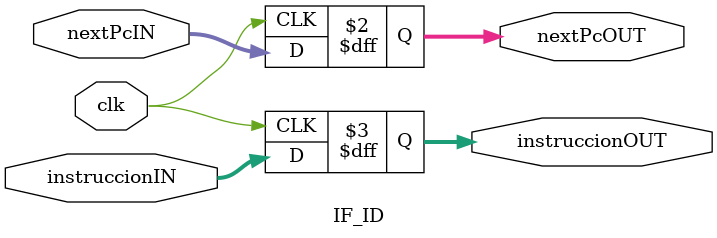
<source format=v>
`timescale 1ns / 1ps
module IF_ID(
			input clk,
			input [31:0] nextPcIN,instruccionIN,
			output reg [31:0] nextPcOUT,instruccionOUT
	 );
	 
always @ (posedge clk)
begin
	nextPcOUT <= nextPcIN;
	instruccionOUT <= instruccionIN;
end

endmodule

</source>
